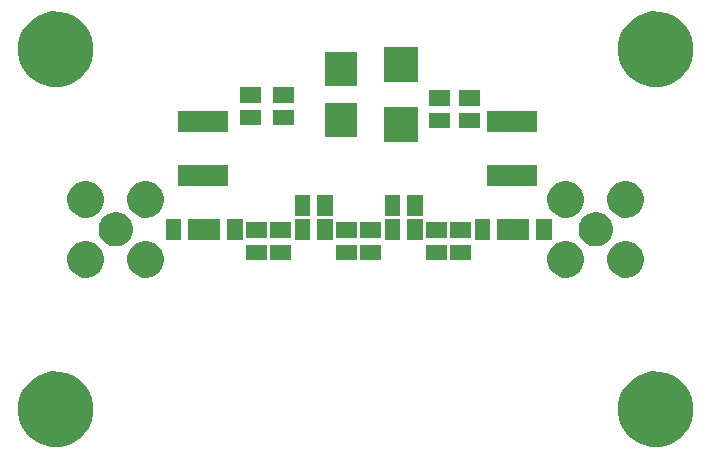
<source format=gbr>
G04 #@! TF.FileFunction,Soldermask,Bot*
%FSLAX46Y46*%
G04 Gerber Fmt 4.6, Leading zero omitted, Abs format (unit mm)*
G04 Created by KiCad (PCBNEW (2016-09-17 revision 679eef1)-makepkg) date 01/31/17 07:19:42*
%MOMM*%
%LPD*%
G01*
G04 APERTURE LIST*
%ADD10C,0.150000*%
G04 APERTURE END LIST*
D10*
G36*
X5416110Y8277872D02*
X6030848Y8151685D01*
X6609363Y7908500D01*
X7129631Y7557574D01*
X7571824Y7112283D01*
X7919105Y6589582D01*
X8158249Y6009378D01*
X8280004Y5394466D01*
X8280004Y5394449D01*
X8280137Y5393776D01*
X8270128Y4676993D01*
X8269977Y4676330D01*
X8269977Y4676306D01*
X8131099Y4065032D01*
X7875851Y3491739D01*
X7514107Y2978933D01*
X7059653Y2546162D01*
X6529787Y2209900D01*
X5944712Y1982964D01*
X5326688Y1873989D01*
X4699273Y1887132D01*
X4086359Y2021890D01*
X3511293Y2273129D01*
X2995980Y2631282D01*
X2560044Y3082706D01*
X2220093Y3610208D01*
X1989075Y4193693D01*
X1875790Y4810936D01*
X1884551Y5438424D01*
X2015027Y6052266D01*
X2262248Y6629075D01*
X2616795Y7146877D01*
X3065163Y7585952D01*
X3590276Y7929576D01*
X4172132Y8164661D01*
X4788571Y8282254D01*
X5416110Y8277872D01*
X5416110Y8277872D01*
G37*
G36*
X56216110Y8277872D02*
X56830848Y8151685D01*
X57409363Y7908500D01*
X57929631Y7557574D01*
X58371824Y7112283D01*
X58719105Y6589582D01*
X58958249Y6009378D01*
X59080004Y5394466D01*
X59080004Y5394449D01*
X59080137Y5393776D01*
X59070128Y4676993D01*
X59069977Y4676330D01*
X59069977Y4676306D01*
X58931099Y4065032D01*
X58675851Y3491739D01*
X58314107Y2978933D01*
X57859653Y2546162D01*
X57329787Y2209900D01*
X56744712Y1982964D01*
X56126688Y1873989D01*
X55499273Y1887132D01*
X54886359Y2021890D01*
X54311293Y2273129D01*
X53795980Y2631282D01*
X53360044Y3082706D01*
X53020093Y3610208D01*
X52789075Y4193693D01*
X52675790Y4810936D01*
X52684551Y5438424D01*
X52815027Y6052266D01*
X53062248Y6629075D01*
X53416795Y7146877D01*
X53865163Y7585952D01*
X54390276Y7929576D01*
X54972132Y8164661D01*
X55588571Y8282254D01*
X56216110Y8277872D01*
X56216110Y8277872D01*
G37*
G36*
X7782804Y19328971D02*
X8080569Y19267849D01*
X8360786Y19150057D01*
X8612793Y18980077D01*
X8826980Y18764389D01*
X8995193Y18511206D01*
X9111030Y18230165D01*
X9169934Y17932678D01*
X9169934Y17932658D01*
X9170067Y17931985D01*
X9165219Y17584793D01*
X9165067Y17584125D01*
X9165067Y17584107D01*
X9097878Y17288375D01*
X8974241Y17010680D01*
X8799025Y16762296D01*
X8578897Y16552671D01*
X8322240Y16389792D01*
X8038848Y16279871D01*
X7739489Y16227085D01*
X7435585Y16233452D01*
X7138704Y16298726D01*
X6860159Y16420418D01*
X6610550Y16593902D01*
X6399395Y16812559D01*
X6234731Y17068068D01*
X6122829Y17350697D01*
X6067958Y17649671D01*
X6072202Y17953611D01*
X6135402Y18250946D01*
X6255147Y18530332D01*
X6426884Y18781146D01*
X6644059Y18993820D01*
X6898417Y19160267D01*
X7180249Y19274135D01*
X7478839Y19331094D01*
X7782804Y19328971D01*
X7782804Y19328971D01*
G37*
G36*
X12862804Y19328971D02*
X13160569Y19267849D01*
X13440786Y19150057D01*
X13692793Y18980077D01*
X13906980Y18764389D01*
X14075193Y18511206D01*
X14191030Y18230165D01*
X14249934Y17932678D01*
X14249934Y17932658D01*
X14250067Y17931985D01*
X14245219Y17584793D01*
X14245067Y17584125D01*
X14245067Y17584107D01*
X14177878Y17288375D01*
X14054241Y17010680D01*
X13879025Y16762296D01*
X13658897Y16552671D01*
X13402240Y16389792D01*
X13118848Y16279871D01*
X12819489Y16227085D01*
X12515585Y16233452D01*
X12218704Y16298726D01*
X11940159Y16420418D01*
X11690550Y16593902D01*
X11479395Y16812559D01*
X11314731Y17068068D01*
X11202829Y17350697D01*
X11147958Y17649671D01*
X11152202Y17953611D01*
X11215402Y18250946D01*
X11335147Y18530332D01*
X11506884Y18781146D01*
X11724059Y18993820D01*
X11978417Y19160267D01*
X12260249Y19274135D01*
X12558839Y19331094D01*
X12862804Y19328971D01*
X12862804Y19328971D01*
G37*
G36*
X48422804Y19328971D02*
X48720569Y19267849D01*
X49000786Y19150057D01*
X49252793Y18980077D01*
X49466980Y18764389D01*
X49635193Y18511206D01*
X49751030Y18230165D01*
X49809934Y17932678D01*
X49809934Y17932658D01*
X49810067Y17931985D01*
X49805219Y17584793D01*
X49805067Y17584125D01*
X49805067Y17584107D01*
X49737878Y17288375D01*
X49614241Y17010680D01*
X49439025Y16762296D01*
X49218897Y16552671D01*
X48962240Y16389792D01*
X48678848Y16279871D01*
X48379489Y16227085D01*
X48075585Y16233452D01*
X47778704Y16298726D01*
X47500159Y16420418D01*
X47250550Y16593902D01*
X47039395Y16812559D01*
X46874731Y17068068D01*
X46762829Y17350697D01*
X46707958Y17649671D01*
X46712202Y17953611D01*
X46775402Y18250946D01*
X46895147Y18530332D01*
X47066884Y18781146D01*
X47284059Y18993820D01*
X47538417Y19160267D01*
X47820249Y19274135D01*
X48118839Y19331094D01*
X48422804Y19328971D01*
X48422804Y19328971D01*
G37*
G36*
X53502804Y19328971D02*
X53800569Y19267849D01*
X54080786Y19150057D01*
X54332793Y18980077D01*
X54546980Y18764389D01*
X54715193Y18511206D01*
X54831030Y18230165D01*
X54889934Y17932678D01*
X54889934Y17932658D01*
X54890067Y17931985D01*
X54885219Y17584793D01*
X54885067Y17584125D01*
X54885067Y17584107D01*
X54817878Y17288375D01*
X54694241Y17010680D01*
X54519025Y16762296D01*
X54298897Y16552671D01*
X54042240Y16389792D01*
X53758848Y16279871D01*
X53459489Y16227085D01*
X53155585Y16233452D01*
X52858704Y16298726D01*
X52580159Y16420418D01*
X52330550Y16593902D01*
X52119395Y16812559D01*
X51954731Y17068068D01*
X51842829Y17350697D01*
X51787958Y17649671D01*
X51792202Y17953611D01*
X51855402Y18250946D01*
X51975147Y18530332D01*
X52146884Y18781146D01*
X52364059Y18993820D01*
X52618417Y19160267D01*
X52900249Y19274135D01*
X53198839Y19331094D01*
X53502804Y19328971D01*
X53502804Y19328971D01*
G37*
G36*
X38236500Y17707000D02*
X36439500Y17707000D01*
X36439500Y18996000D01*
X38236500Y18996000D01*
X38236500Y17707000D01*
X38236500Y17707000D01*
G37*
G36*
X22996500Y17707000D02*
X21199500Y17707000D01*
X21199500Y18996000D01*
X22996500Y18996000D01*
X22996500Y17707000D01*
X22996500Y17707000D01*
G37*
G36*
X30616500Y17707000D02*
X28819500Y17707000D01*
X28819500Y18996000D01*
X30616500Y18996000D01*
X30616500Y17707000D01*
X30616500Y17707000D01*
G37*
G36*
X40268500Y17707000D02*
X38471500Y17707000D01*
X38471500Y18996000D01*
X40268500Y18996000D01*
X40268500Y17707000D01*
X40268500Y17707000D01*
G37*
G36*
X32648500Y17707000D02*
X30851500Y17707000D01*
X30851500Y18996000D01*
X32648500Y18996000D01*
X32648500Y17707000D01*
X32648500Y17707000D01*
G37*
G36*
X25028500Y17707000D02*
X23231500Y17707000D01*
X23231500Y18996000D01*
X25028500Y18996000D01*
X25028500Y17707000D01*
X25028500Y17707000D01*
G37*
G36*
X10312300Y21769038D02*
X10590857Y21711859D01*
X10852992Y21601668D01*
X11088739Y21442654D01*
X11289112Y21240878D01*
X11446471Y21004032D01*
X11554835Y20741122D01*
X11609930Y20462872D01*
X11609930Y20462848D01*
X11610062Y20462180D01*
X11605527Y20137387D01*
X11605376Y20136724D01*
X11605376Y20136700D01*
X11542532Y19860096D01*
X11426870Y19600316D01*
X11262956Y19367951D01*
X11057033Y19171854D01*
X10816936Y19019484D01*
X10551824Y18916653D01*
X10271780Y18867273D01*
X9987482Y18873229D01*
X9709756Y18934290D01*
X9449179Y19048134D01*
X9215677Y19210422D01*
X9018143Y19414974D01*
X8864102Y19654000D01*
X8759422Y19918392D01*
X8708089Y20198081D01*
X8712059Y20482410D01*
X8771182Y20760558D01*
X8883204Y21021927D01*
X9043859Y21256556D01*
X9247026Y21455512D01*
X9484966Y21611216D01*
X9748620Y21717740D01*
X10027946Y21771024D01*
X10312300Y21769038D01*
X10312300Y21769038D01*
G37*
G36*
X50952300Y21769038D02*
X51230857Y21711859D01*
X51492992Y21601668D01*
X51728739Y21442654D01*
X51929112Y21240878D01*
X52086471Y21004032D01*
X52194835Y20741122D01*
X52249930Y20462872D01*
X52249930Y20462848D01*
X52250062Y20462180D01*
X52245527Y20137387D01*
X52245376Y20136724D01*
X52245376Y20136700D01*
X52182532Y19860096D01*
X52066870Y19600316D01*
X51902956Y19367951D01*
X51697033Y19171854D01*
X51456936Y19019484D01*
X51191824Y18916653D01*
X50911780Y18867273D01*
X50627482Y18873229D01*
X50349756Y18934290D01*
X50089179Y19048134D01*
X49855677Y19210422D01*
X49658143Y19414974D01*
X49504102Y19654000D01*
X49399422Y19918392D01*
X49348089Y20198081D01*
X49352059Y20482410D01*
X49411182Y20760558D01*
X49523204Y21021927D01*
X49683859Y21256556D01*
X49887026Y21455512D01*
X50124966Y21611216D01*
X50388620Y21717740D01*
X50667946Y21771024D01*
X50952300Y21769038D01*
X50952300Y21769038D01*
G37*
G36*
X47063000Y19421500D02*
X45774000Y19421500D01*
X45774000Y21218500D01*
X47063000Y21218500D01*
X47063000Y19421500D01*
X47063000Y19421500D01*
G37*
G36*
X15694000Y19421500D02*
X14405000Y19421500D01*
X14405000Y21218500D01*
X15694000Y21218500D01*
X15694000Y19421500D01*
X15694000Y19421500D01*
G37*
G36*
X28521000Y19421500D02*
X27232000Y19421500D01*
X27232000Y21218500D01*
X28521000Y21218500D01*
X28521000Y19421500D01*
X28521000Y19421500D01*
G37*
G36*
X26616000Y19421500D02*
X25327000Y19421500D01*
X25327000Y21218500D01*
X26616000Y21218500D01*
X26616000Y19421500D01*
X26616000Y19421500D01*
G37*
G36*
X36141000Y19421500D02*
X34852000Y19421500D01*
X34852000Y21218500D01*
X36141000Y21218500D01*
X36141000Y19421500D01*
X36141000Y19421500D01*
G37*
G36*
X34236000Y19421500D02*
X32947000Y19421500D01*
X32947000Y21218500D01*
X34236000Y21218500D01*
X34236000Y19421500D01*
X34236000Y19421500D01*
G37*
G36*
X45158000Y19421500D02*
X42472000Y19421500D01*
X42472000Y21218500D01*
X45158000Y21218500D01*
X45158000Y19421500D01*
X45158000Y19421500D01*
G37*
G36*
X20901000Y19421500D02*
X19612000Y19421500D01*
X19612000Y21218500D01*
X20901000Y21218500D01*
X20901000Y19421500D01*
X20901000Y19421500D01*
G37*
G36*
X18996000Y19421500D02*
X16310000Y19421500D01*
X16310000Y21218500D01*
X18996000Y21218500D01*
X18996000Y19421500D01*
X18996000Y19421500D01*
G37*
G36*
X41856000Y19421500D02*
X40567000Y19421500D01*
X40567000Y21218500D01*
X41856000Y21218500D01*
X41856000Y19421500D01*
X41856000Y19421500D01*
G37*
G36*
X25028500Y19612000D02*
X23231500Y19612000D01*
X23231500Y20901000D01*
X25028500Y20901000D01*
X25028500Y19612000D01*
X25028500Y19612000D01*
G37*
G36*
X38236500Y19612000D02*
X36439500Y19612000D01*
X36439500Y20901000D01*
X38236500Y20901000D01*
X38236500Y19612000D01*
X38236500Y19612000D01*
G37*
G36*
X22996500Y19612000D02*
X21199500Y19612000D01*
X21199500Y20901000D01*
X22996500Y20901000D01*
X22996500Y19612000D01*
X22996500Y19612000D01*
G37*
G36*
X32648500Y19612000D02*
X30851500Y19612000D01*
X30851500Y20901000D01*
X32648500Y20901000D01*
X32648500Y19612000D01*
X32648500Y19612000D01*
G37*
G36*
X30616500Y19612000D02*
X28819500Y19612000D01*
X28819500Y20901000D01*
X30616500Y20901000D01*
X30616500Y19612000D01*
X30616500Y19612000D01*
G37*
G36*
X40268500Y19612000D02*
X38471500Y19612000D01*
X38471500Y20901000D01*
X40268500Y20901000D01*
X40268500Y19612000D01*
X40268500Y19612000D01*
G37*
G36*
X7782804Y24408971D02*
X8080569Y24347849D01*
X8360786Y24230057D01*
X8612793Y24060077D01*
X8826980Y23844389D01*
X8995193Y23591206D01*
X9111030Y23310165D01*
X9169934Y23012678D01*
X9169934Y23012658D01*
X9170067Y23011985D01*
X9165219Y22664793D01*
X9165067Y22664125D01*
X9165067Y22664107D01*
X9097878Y22368375D01*
X8974241Y22090680D01*
X8799025Y21842296D01*
X8578897Y21632671D01*
X8322240Y21469792D01*
X8038848Y21359871D01*
X7739489Y21307085D01*
X7435585Y21313452D01*
X7138704Y21378726D01*
X6860159Y21500418D01*
X6610550Y21673902D01*
X6399395Y21892559D01*
X6234731Y22148068D01*
X6122829Y22430697D01*
X6067958Y22729671D01*
X6072202Y23033611D01*
X6135402Y23330946D01*
X6255147Y23610332D01*
X6426884Y23861146D01*
X6644059Y24073820D01*
X6898417Y24240267D01*
X7180249Y24354135D01*
X7478839Y24411094D01*
X7782804Y24408971D01*
X7782804Y24408971D01*
G37*
G36*
X12862804Y24408971D02*
X13160569Y24347849D01*
X13440786Y24230057D01*
X13692793Y24060077D01*
X13906980Y23844389D01*
X14075193Y23591206D01*
X14191030Y23310165D01*
X14249934Y23012678D01*
X14249934Y23012658D01*
X14250067Y23011985D01*
X14245219Y22664793D01*
X14245067Y22664125D01*
X14245067Y22664107D01*
X14177878Y22368375D01*
X14054241Y22090680D01*
X13879025Y21842296D01*
X13658897Y21632671D01*
X13402240Y21469792D01*
X13118848Y21359871D01*
X12819489Y21307085D01*
X12515585Y21313452D01*
X12218704Y21378726D01*
X11940159Y21500418D01*
X11690550Y21673902D01*
X11479395Y21892559D01*
X11314731Y22148068D01*
X11202829Y22430697D01*
X11147958Y22729671D01*
X11152202Y23033611D01*
X11215402Y23330946D01*
X11335147Y23610332D01*
X11506884Y23861146D01*
X11724059Y24073820D01*
X11978417Y24240267D01*
X12260249Y24354135D01*
X12558839Y24411094D01*
X12862804Y24408971D01*
X12862804Y24408971D01*
G37*
G36*
X53502804Y24408971D02*
X53800569Y24347849D01*
X54080786Y24230057D01*
X54332793Y24060077D01*
X54546980Y23844389D01*
X54715193Y23591206D01*
X54831030Y23310165D01*
X54889934Y23012678D01*
X54889934Y23012658D01*
X54890067Y23011985D01*
X54885219Y22664793D01*
X54885067Y22664125D01*
X54885067Y22664107D01*
X54817878Y22368375D01*
X54694241Y22090680D01*
X54519025Y21842296D01*
X54298897Y21632671D01*
X54042240Y21469792D01*
X53758848Y21359871D01*
X53459489Y21307085D01*
X53155585Y21313452D01*
X52858704Y21378726D01*
X52580159Y21500418D01*
X52330550Y21673902D01*
X52119395Y21892559D01*
X51954731Y22148068D01*
X51842829Y22430697D01*
X51787958Y22729671D01*
X51792202Y23033611D01*
X51855402Y23330946D01*
X51975147Y23610332D01*
X52146884Y23861146D01*
X52364059Y24073820D01*
X52618417Y24240267D01*
X52900249Y24354135D01*
X53198839Y24411094D01*
X53502804Y24408971D01*
X53502804Y24408971D01*
G37*
G36*
X48422804Y24408971D02*
X48720569Y24347849D01*
X49000786Y24230057D01*
X49252793Y24060077D01*
X49466980Y23844389D01*
X49635193Y23591206D01*
X49751030Y23310165D01*
X49809934Y23012678D01*
X49809934Y23012658D01*
X49810067Y23011985D01*
X49805219Y22664793D01*
X49805067Y22664125D01*
X49805067Y22664107D01*
X49737878Y22368375D01*
X49614241Y22090680D01*
X49439025Y21842296D01*
X49218897Y21632671D01*
X48962240Y21469792D01*
X48678848Y21359871D01*
X48379489Y21307085D01*
X48075585Y21313452D01*
X47778704Y21378726D01*
X47500159Y21500418D01*
X47250550Y21673902D01*
X47039395Y21892559D01*
X46874731Y22148068D01*
X46762829Y22430697D01*
X46707958Y22729671D01*
X46712202Y23033611D01*
X46775402Y23330946D01*
X46895147Y23610332D01*
X47066884Y23861146D01*
X47284059Y24073820D01*
X47538417Y24240267D01*
X47820249Y24354135D01*
X48118839Y24411094D01*
X48422804Y24408971D01*
X48422804Y24408971D01*
G37*
G36*
X34236000Y21453500D02*
X32947000Y21453500D01*
X32947000Y23250500D01*
X34236000Y23250500D01*
X34236000Y21453500D01*
X34236000Y21453500D01*
G37*
G36*
X36141000Y21453500D02*
X34852000Y21453500D01*
X34852000Y23250500D01*
X36141000Y23250500D01*
X36141000Y21453500D01*
X36141000Y21453500D01*
G37*
G36*
X28521000Y21453500D02*
X27232000Y21453500D01*
X27232000Y23250500D01*
X28521000Y23250500D01*
X28521000Y21453500D01*
X28521000Y21453500D01*
G37*
G36*
X26616000Y21453500D02*
X25327000Y21453500D01*
X25327000Y23250500D01*
X26616000Y23250500D01*
X26616000Y21453500D01*
X26616000Y21453500D01*
G37*
G36*
X19631000Y23993500D02*
X15421000Y23993500D01*
X15421000Y25790500D01*
X19631000Y25790500D01*
X19631000Y23993500D01*
X19631000Y23993500D01*
G37*
G36*
X45793000Y23993500D02*
X41583000Y23993500D01*
X41583000Y25790500D01*
X45793000Y25790500D01*
X45793000Y23993500D01*
X45793000Y23993500D01*
G37*
G36*
X35739680Y27750160D02*
X32840320Y27750160D01*
X32840320Y30700320D01*
X35739680Y30700320D01*
X35739680Y27750160D01*
X35739680Y27750160D01*
G37*
G36*
X30560620Y28151480D02*
X27859380Y28151480D01*
X27859380Y31050840D01*
X30560620Y31050840D01*
X30560620Y28151480D01*
X30560620Y28151480D01*
G37*
G36*
X19631000Y28565500D02*
X15421000Y28565500D01*
X15421000Y30362500D01*
X19631000Y30362500D01*
X19631000Y28565500D01*
X19631000Y28565500D01*
G37*
G36*
X45793000Y28565500D02*
X41583000Y28565500D01*
X41583000Y30362500D01*
X45793000Y30362500D01*
X45793000Y28565500D01*
X45793000Y28565500D01*
G37*
G36*
X41030500Y28883000D02*
X39233500Y28883000D01*
X39233500Y30172000D01*
X41030500Y30172000D01*
X41030500Y28883000D01*
X41030500Y28883000D01*
G37*
G36*
X38490500Y28883000D02*
X36693500Y28883000D01*
X36693500Y30172000D01*
X38490500Y30172000D01*
X38490500Y28883000D01*
X38490500Y28883000D01*
G37*
G36*
X25282500Y29137000D02*
X23485500Y29137000D01*
X23485500Y30426000D01*
X25282500Y30426000D01*
X25282500Y29137000D01*
X25282500Y29137000D01*
G37*
G36*
X22488500Y29137000D02*
X20691500Y29137000D01*
X20691500Y30426000D01*
X22488500Y30426000D01*
X22488500Y29137000D01*
X22488500Y29137000D01*
G37*
G36*
X41030500Y30788000D02*
X39233500Y30788000D01*
X39233500Y32077000D01*
X41030500Y32077000D01*
X41030500Y30788000D01*
X41030500Y30788000D01*
G37*
G36*
X38490500Y30788000D02*
X36693500Y30788000D01*
X36693500Y32077000D01*
X38490500Y32077000D01*
X38490500Y30788000D01*
X38490500Y30788000D01*
G37*
G36*
X25282500Y31042000D02*
X23485500Y31042000D01*
X23485500Y32331000D01*
X25282500Y32331000D01*
X25282500Y31042000D01*
X25282500Y31042000D01*
G37*
G36*
X22488500Y31042000D02*
X20691500Y31042000D01*
X20691500Y32331000D01*
X22488500Y32331000D01*
X22488500Y31042000D01*
X22488500Y31042000D01*
G37*
G36*
X56216110Y38757872D02*
X56830848Y38631685D01*
X57409363Y38388500D01*
X57929631Y38037574D01*
X58371824Y37592283D01*
X58719105Y37069582D01*
X58958249Y36489378D01*
X59080004Y35874466D01*
X59080004Y35874449D01*
X59080137Y35873776D01*
X59070128Y35156993D01*
X59069977Y35156330D01*
X59069977Y35156306D01*
X58931099Y34545032D01*
X58675851Y33971739D01*
X58314107Y33458933D01*
X57859653Y33026162D01*
X57329787Y32689900D01*
X56744712Y32462964D01*
X56126688Y32353989D01*
X55499273Y32367132D01*
X54886359Y32501890D01*
X54311293Y32753129D01*
X53795980Y33111282D01*
X53360044Y33562706D01*
X53020093Y34090208D01*
X52789075Y34673693D01*
X52675790Y35290936D01*
X52684551Y35918424D01*
X52815027Y36532266D01*
X53062248Y37109075D01*
X53416795Y37626877D01*
X53865163Y38065952D01*
X54390276Y38409576D01*
X54972132Y38644661D01*
X55588571Y38762254D01*
X56216110Y38757872D01*
X56216110Y38757872D01*
G37*
G36*
X5416110Y38757872D02*
X6030848Y38631685D01*
X6609363Y38388500D01*
X7129631Y38037574D01*
X7571824Y37592283D01*
X7919105Y37069582D01*
X8158249Y36489378D01*
X8280004Y35874466D01*
X8280004Y35874449D01*
X8280137Y35873776D01*
X8270128Y35156993D01*
X8269977Y35156330D01*
X8269977Y35156306D01*
X8131099Y34545032D01*
X7875851Y33971739D01*
X7514107Y33458933D01*
X7059653Y33026162D01*
X6529787Y32689900D01*
X5944712Y32462964D01*
X5326688Y32353989D01*
X4699273Y32367132D01*
X4086359Y32501890D01*
X3511293Y32753129D01*
X2995980Y33111282D01*
X2560044Y33562706D01*
X2220093Y34090208D01*
X1989075Y34673693D01*
X1875790Y35290936D01*
X1884551Y35918424D01*
X2015027Y36532266D01*
X2262248Y37109075D01*
X2616795Y37626877D01*
X3065163Y38065952D01*
X3590276Y38409576D01*
X4172132Y38644661D01*
X4788571Y38762254D01*
X5416110Y38757872D01*
X5416110Y38757872D01*
G37*
G36*
X30560620Y32449160D02*
X27859380Y32449160D01*
X27859380Y35348520D01*
X30560620Y35348520D01*
X30560620Y32449160D01*
X30560620Y32449160D01*
G37*
G36*
X35739680Y32799680D02*
X32840320Y32799680D01*
X32840320Y35749840D01*
X35739680Y35749840D01*
X35739680Y32799680D01*
X35739680Y32799680D01*
G37*
M02*

</source>
